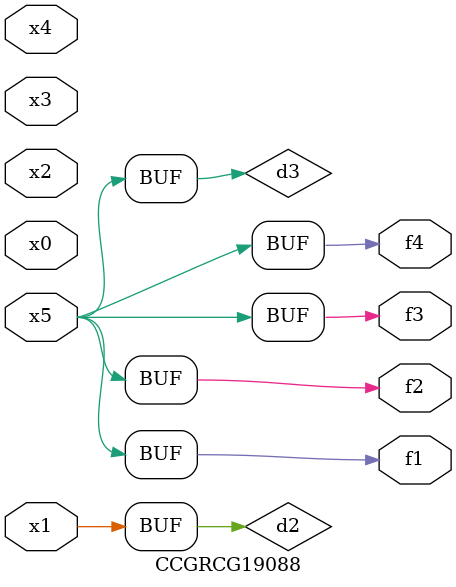
<source format=v>
module CCGRCG19088(
	input x0, x1, x2, x3, x4, x5,
	output f1, f2, f3, f4
);

	wire d1, d2, d3;

	not (d1, x5);
	or (d2, x1);
	xnor (d3, d1);
	assign f1 = d3;
	assign f2 = d3;
	assign f3 = d3;
	assign f4 = d3;
endmodule

</source>
